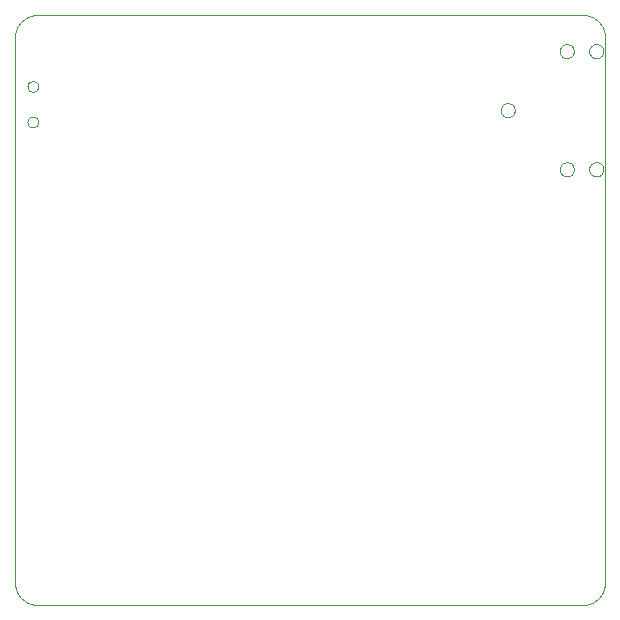
<source format=gm1>
G75*
%MOIN*%
%OFA0B0*%
%FSLAX24Y24*%
%IPPOS*%
%LPD*%
%AMOC8*
5,1,8,0,0,1.08239X$1,22.5*
%
%ADD10C,0.0000*%
D10*
X000627Y000947D02*
X000627Y019058D01*
X000628Y019058D02*
X000630Y019112D01*
X000635Y019165D01*
X000644Y019218D01*
X000657Y019270D01*
X000673Y019322D01*
X000693Y019372D01*
X000716Y019420D01*
X000743Y019467D01*
X000772Y019512D01*
X000805Y019555D01*
X000840Y019595D01*
X000878Y019633D01*
X000918Y019668D01*
X000961Y019701D01*
X001006Y019730D01*
X001053Y019757D01*
X001101Y019780D01*
X001151Y019800D01*
X001203Y019816D01*
X001255Y019829D01*
X001308Y019838D01*
X001361Y019843D01*
X001415Y019845D01*
X019525Y019845D01*
X019579Y019843D01*
X019632Y019838D01*
X019685Y019829D01*
X019737Y019816D01*
X019789Y019800D01*
X019839Y019780D01*
X019887Y019757D01*
X019934Y019730D01*
X019979Y019701D01*
X020022Y019668D01*
X020062Y019633D01*
X020100Y019595D01*
X020135Y019555D01*
X020168Y019512D01*
X020197Y019467D01*
X020224Y019420D01*
X020247Y019372D01*
X020267Y019322D01*
X020283Y019270D01*
X020296Y019218D01*
X020305Y019165D01*
X020310Y019112D01*
X020312Y019058D01*
X020312Y000947D01*
X020310Y000893D01*
X020305Y000840D01*
X020296Y000787D01*
X020283Y000735D01*
X020267Y000683D01*
X020247Y000633D01*
X020224Y000585D01*
X020197Y000538D01*
X020168Y000493D01*
X020135Y000450D01*
X020100Y000410D01*
X020062Y000372D01*
X020022Y000337D01*
X019979Y000304D01*
X019934Y000275D01*
X019887Y000248D01*
X019839Y000225D01*
X019789Y000205D01*
X019737Y000189D01*
X019685Y000176D01*
X019632Y000167D01*
X019579Y000162D01*
X019525Y000160D01*
X001415Y000160D01*
X001361Y000162D01*
X001308Y000167D01*
X001255Y000176D01*
X001203Y000189D01*
X001151Y000205D01*
X001101Y000225D01*
X001053Y000248D01*
X001006Y000275D01*
X000961Y000304D01*
X000918Y000337D01*
X000878Y000372D01*
X000840Y000410D01*
X000805Y000450D01*
X000772Y000493D01*
X000743Y000538D01*
X000716Y000585D01*
X000693Y000633D01*
X000673Y000683D01*
X000657Y000735D01*
X000644Y000787D01*
X000635Y000840D01*
X000630Y000893D01*
X000628Y000947D01*
X018791Y014691D02*
X018793Y014721D01*
X018799Y014751D01*
X018808Y014780D01*
X018821Y014807D01*
X018838Y014832D01*
X018857Y014855D01*
X018880Y014876D01*
X018905Y014893D01*
X018931Y014907D01*
X018960Y014917D01*
X018989Y014924D01*
X019019Y014927D01*
X019050Y014926D01*
X019080Y014921D01*
X019109Y014912D01*
X019136Y014900D01*
X019162Y014885D01*
X019186Y014866D01*
X019207Y014844D01*
X019225Y014820D01*
X019240Y014793D01*
X019251Y014765D01*
X019259Y014736D01*
X019263Y014706D01*
X019263Y014676D01*
X019259Y014646D01*
X019251Y014617D01*
X019240Y014589D01*
X019225Y014562D01*
X019207Y014538D01*
X019186Y014516D01*
X019162Y014497D01*
X019136Y014482D01*
X019109Y014470D01*
X019080Y014461D01*
X019050Y014456D01*
X019019Y014455D01*
X018989Y014458D01*
X018960Y014465D01*
X018931Y014475D01*
X018905Y014489D01*
X018880Y014506D01*
X018857Y014527D01*
X018838Y014550D01*
X018821Y014575D01*
X018808Y014602D01*
X018799Y014631D01*
X018793Y014661D01*
X018791Y014691D01*
X019776Y014691D02*
X019778Y014721D01*
X019784Y014751D01*
X019793Y014780D01*
X019806Y014807D01*
X019823Y014832D01*
X019842Y014855D01*
X019865Y014876D01*
X019890Y014893D01*
X019916Y014907D01*
X019945Y014917D01*
X019974Y014924D01*
X020004Y014927D01*
X020035Y014926D01*
X020065Y014921D01*
X020094Y014912D01*
X020121Y014900D01*
X020147Y014885D01*
X020171Y014866D01*
X020192Y014844D01*
X020210Y014820D01*
X020225Y014793D01*
X020236Y014765D01*
X020244Y014736D01*
X020248Y014706D01*
X020248Y014676D01*
X020244Y014646D01*
X020236Y014617D01*
X020225Y014589D01*
X020210Y014562D01*
X020192Y014538D01*
X020171Y014516D01*
X020147Y014497D01*
X020121Y014482D01*
X020094Y014470D01*
X020065Y014461D01*
X020035Y014456D01*
X020004Y014455D01*
X019974Y014458D01*
X019945Y014465D01*
X019916Y014475D01*
X019890Y014489D01*
X019865Y014506D01*
X019842Y014527D01*
X019823Y014550D01*
X019806Y014575D01*
X019793Y014602D01*
X019784Y014631D01*
X019778Y014661D01*
X019776Y014691D01*
X016823Y016660D02*
X016825Y016690D01*
X016831Y016720D01*
X016840Y016749D01*
X016853Y016776D01*
X016870Y016801D01*
X016889Y016824D01*
X016912Y016845D01*
X016937Y016862D01*
X016963Y016876D01*
X016992Y016886D01*
X017021Y016893D01*
X017051Y016896D01*
X017082Y016895D01*
X017112Y016890D01*
X017141Y016881D01*
X017168Y016869D01*
X017194Y016854D01*
X017218Y016835D01*
X017239Y016813D01*
X017257Y016789D01*
X017272Y016762D01*
X017283Y016734D01*
X017291Y016705D01*
X017295Y016675D01*
X017295Y016645D01*
X017291Y016615D01*
X017283Y016586D01*
X017272Y016558D01*
X017257Y016531D01*
X017239Y016507D01*
X017218Y016485D01*
X017194Y016466D01*
X017168Y016451D01*
X017141Y016439D01*
X017112Y016430D01*
X017082Y016425D01*
X017051Y016424D01*
X017021Y016427D01*
X016992Y016434D01*
X016963Y016444D01*
X016937Y016458D01*
X016912Y016475D01*
X016889Y016496D01*
X016870Y016519D01*
X016853Y016544D01*
X016840Y016571D01*
X016831Y016600D01*
X016825Y016630D01*
X016823Y016660D01*
X018791Y018629D02*
X018793Y018659D01*
X018799Y018689D01*
X018808Y018718D01*
X018821Y018745D01*
X018838Y018770D01*
X018857Y018793D01*
X018880Y018814D01*
X018905Y018831D01*
X018931Y018845D01*
X018960Y018855D01*
X018989Y018862D01*
X019019Y018865D01*
X019050Y018864D01*
X019080Y018859D01*
X019109Y018850D01*
X019136Y018838D01*
X019162Y018823D01*
X019186Y018804D01*
X019207Y018782D01*
X019225Y018758D01*
X019240Y018731D01*
X019251Y018703D01*
X019259Y018674D01*
X019263Y018644D01*
X019263Y018614D01*
X019259Y018584D01*
X019251Y018555D01*
X019240Y018527D01*
X019225Y018500D01*
X019207Y018476D01*
X019186Y018454D01*
X019162Y018435D01*
X019136Y018420D01*
X019109Y018408D01*
X019080Y018399D01*
X019050Y018394D01*
X019019Y018393D01*
X018989Y018396D01*
X018960Y018403D01*
X018931Y018413D01*
X018905Y018427D01*
X018880Y018444D01*
X018857Y018465D01*
X018838Y018488D01*
X018821Y018513D01*
X018808Y018540D01*
X018799Y018569D01*
X018793Y018599D01*
X018791Y018629D01*
X019776Y018629D02*
X019778Y018659D01*
X019784Y018689D01*
X019793Y018718D01*
X019806Y018745D01*
X019823Y018770D01*
X019842Y018793D01*
X019865Y018814D01*
X019890Y018831D01*
X019916Y018845D01*
X019945Y018855D01*
X019974Y018862D01*
X020004Y018865D01*
X020035Y018864D01*
X020065Y018859D01*
X020094Y018850D01*
X020121Y018838D01*
X020147Y018823D01*
X020171Y018804D01*
X020192Y018782D01*
X020210Y018758D01*
X020225Y018731D01*
X020236Y018703D01*
X020244Y018674D01*
X020248Y018644D01*
X020248Y018614D01*
X020244Y018584D01*
X020236Y018555D01*
X020225Y018527D01*
X020210Y018500D01*
X020192Y018476D01*
X020171Y018454D01*
X020147Y018435D01*
X020121Y018420D01*
X020094Y018408D01*
X020065Y018399D01*
X020035Y018394D01*
X020004Y018393D01*
X019974Y018396D01*
X019945Y018403D01*
X019916Y018413D01*
X019890Y018427D01*
X019865Y018444D01*
X019842Y018465D01*
X019823Y018488D01*
X019806Y018513D01*
X019793Y018540D01*
X019784Y018569D01*
X019778Y018599D01*
X019776Y018629D01*
X001050Y017451D02*
X001052Y017477D01*
X001058Y017503D01*
X001068Y017528D01*
X001081Y017551D01*
X001097Y017571D01*
X001117Y017589D01*
X001139Y017604D01*
X001162Y017616D01*
X001188Y017624D01*
X001214Y017628D01*
X001240Y017628D01*
X001266Y017624D01*
X001292Y017616D01*
X001316Y017604D01*
X001337Y017589D01*
X001357Y017571D01*
X001373Y017551D01*
X001386Y017528D01*
X001396Y017503D01*
X001402Y017477D01*
X001404Y017451D01*
X001402Y017425D01*
X001396Y017399D01*
X001386Y017374D01*
X001373Y017351D01*
X001357Y017331D01*
X001337Y017313D01*
X001315Y017298D01*
X001292Y017286D01*
X001266Y017278D01*
X001240Y017274D01*
X001214Y017274D01*
X001188Y017278D01*
X001162Y017286D01*
X001138Y017298D01*
X001117Y017313D01*
X001097Y017331D01*
X001081Y017351D01*
X001068Y017374D01*
X001058Y017399D01*
X001052Y017425D01*
X001050Y017451D01*
X001050Y016269D02*
X001052Y016295D01*
X001058Y016321D01*
X001068Y016346D01*
X001081Y016369D01*
X001097Y016389D01*
X001117Y016407D01*
X001139Y016422D01*
X001162Y016434D01*
X001188Y016442D01*
X001214Y016446D01*
X001240Y016446D01*
X001266Y016442D01*
X001292Y016434D01*
X001316Y016422D01*
X001337Y016407D01*
X001357Y016389D01*
X001373Y016369D01*
X001386Y016346D01*
X001396Y016321D01*
X001402Y016295D01*
X001404Y016269D01*
X001402Y016243D01*
X001396Y016217D01*
X001386Y016192D01*
X001373Y016169D01*
X001357Y016149D01*
X001337Y016131D01*
X001315Y016116D01*
X001292Y016104D01*
X001266Y016096D01*
X001240Y016092D01*
X001214Y016092D01*
X001188Y016096D01*
X001162Y016104D01*
X001138Y016116D01*
X001117Y016131D01*
X001097Y016149D01*
X001081Y016169D01*
X001068Y016192D01*
X001058Y016217D01*
X001052Y016243D01*
X001050Y016269D01*
M02*

</source>
